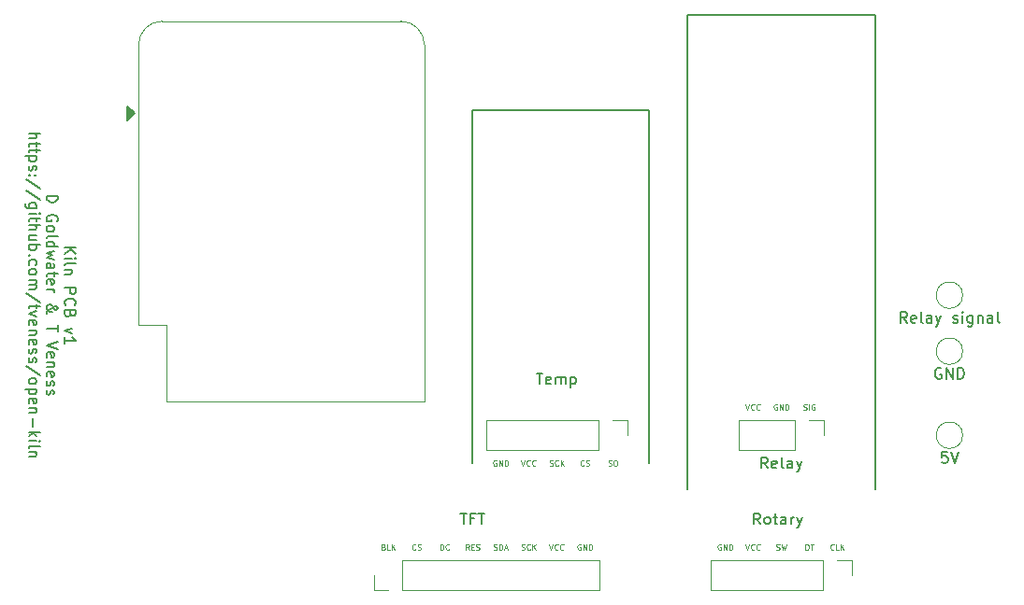
<source format=gbr>
%TF.GenerationSoftware,KiCad,Pcbnew,(6.0.2)*%
%TF.CreationDate,2022-05-26T14:59:07+01:00*%
%TF.ProjectId,kiln-pcb,6b696c6e-2d70-4636-922e-6b696361645f,rev?*%
%TF.SameCoordinates,Original*%
%TF.FileFunction,Legend,Top*%
%TF.FilePolarity,Positive*%
%FSLAX46Y46*%
G04 Gerber Fmt 4.6, Leading zero omitted, Abs format (unit mm)*
G04 Created by KiCad (PCBNEW (6.0.2)) date 2022-05-26 14:59:07*
%MOMM*%
%LPD*%
G01*
G04 APERTURE LIST*
%ADD10C,0.150000*%
%ADD11C,0.125000*%
%ADD12C,0.120000*%
G04 APERTURE END LIST*
D10*
X114300000Y-93980000D02*
X114300000Y-61980000D01*
X114300000Y-61980000D02*
X130300000Y-61980000D01*
X133740000Y-53340000D02*
X133740000Y-96340000D01*
X150740000Y-53340000D02*
X150740000Y-96340000D01*
X133740000Y-53340000D02*
X150740000Y-53340000D01*
X130300000Y-61980000D02*
X130300000Y-93980000D01*
D11*
X124079047Y-101350000D02*
X124031428Y-101326190D01*
X123960000Y-101326190D01*
X123888571Y-101350000D01*
X123840952Y-101397619D01*
X123817142Y-101445238D01*
X123793333Y-101540476D01*
X123793333Y-101611904D01*
X123817142Y-101707142D01*
X123840952Y-101754761D01*
X123888571Y-101802380D01*
X123960000Y-101826190D01*
X124007619Y-101826190D01*
X124079047Y-101802380D01*
X124102857Y-101778571D01*
X124102857Y-101611904D01*
X124007619Y-101611904D01*
X124317142Y-101826190D02*
X124317142Y-101326190D01*
X124602857Y-101826190D01*
X124602857Y-101326190D01*
X124840952Y-101826190D02*
X124840952Y-101326190D01*
X124960000Y-101326190D01*
X125031428Y-101350000D01*
X125079047Y-101397619D01*
X125102857Y-101445238D01*
X125126666Y-101540476D01*
X125126666Y-101611904D01*
X125102857Y-101707142D01*
X125079047Y-101754761D01*
X125031428Y-101802380D01*
X124960000Y-101826190D01*
X124840952Y-101826190D01*
X121282142Y-94182380D02*
X121353571Y-94206190D01*
X121472619Y-94206190D01*
X121520238Y-94182380D01*
X121544047Y-94158571D01*
X121567857Y-94110952D01*
X121567857Y-94063333D01*
X121544047Y-94015714D01*
X121520238Y-93991904D01*
X121472619Y-93968095D01*
X121377380Y-93944285D01*
X121329761Y-93920476D01*
X121305952Y-93896666D01*
X121282142Y-93849047D01*
X121282142Y-93801428D01*
X121305952Y-93753809D01*
X121329761Y-93730000D01*
X121377380Y-93706190D01*
X121496428Y-93706190D01*
X121567857Y-93730000D01*
X122067857Y-94158571D02*
X122044047Y-94182380D01*
X121972619Y-94206190D01*
X121925000Y-94206190D01*
X121853571Y-94182380D01*
X121805952Y-94134761D01*
X121782142Y-94087142D01*
X121758333Y-93991904D01*
X121758333Y-93920476D01*
X121782142Y-93825238D01*
X121805952Y-93777619D01*
X121853571Y-93730000D01*
X121925000Y-93706190D01*
X121972619Y-93706190D01*
X122044047Y-93730000D01*
X122067857Y-93753809D01*
X122282142Y-94206190D02*
X122282142Y-93706190D01*
X122567857Y-94206190D02*
X122353571Y-93920476D01*
X122567857Y-93706190D02*
X122282142Y-93991904D01*
X121253333Y-101326190D02*
X121420000Y-101826190D01*
X121586666Y-101326190D01*
X122039047Y-101778571D02*
X122015238Y-101802380D01*
X121943809Y-101826190D01*
X121896190Y-101826190D01*
X121824761Y-101802380D01*
X121777142Y-101754761D01*
X121753333Y-101707142D01*
X121729523Y-101611904D01*
X121729523Y-101540476D01*
X121753333Y-101445238D01*
X121777142Y-101397619D01*
X121824761Y-101350000D01*
X121896190Y-101326190D01*
X121943809Y-101326190D01*
X122015238Y-101350000D01*
X122039047Y-101373809D01*
X122539047Y-101778571D02*
X122515238Y-101802380D01*
X122443809Y-101826190D01*
X122396190Y-101826190D01*
X122324761Y-101802380D01*
X122277142Y-101754761D01*
X122253333Y-101707142D01*
X122229523Y-101611904D01*
X122229523Y-101540476D01*
X122253333Y-101445238D01*
X122277142Y-101397619D01*
X122324761Y-101350000D01*
X122396190Y-101326190D01*
X122443809Y-101326190D01*
X122515238Y-101350000D01*
X122539047Y-101373809D01*
X147022380Y-101778571D02*
X146998571Y-101802380D01*
X146927142Y-101826190D01*
X146879523Y-101826190D01*
X146808095Y-101802380D01*
X146760476Y-101754761D01*
X146736666Y-101707142D01*
X146712857Y-101611904D01*
X146712857Y-101540476D01*
X146736666Y-101445238D01*
X146760476Y-101397619D01*
X146808095Y-101350000D01*
X146879523Y-101326190D01*
X146927142Y-101326190D01*
X146998571Y-101350000D01*
X147022380Y-101373809D01*
X147474761Y-101826190D02*
X147236666Y-101826190D01*
X147236666Y-101326190D01*
X147641428Y-101826190D02*
X147641428Y-101326190D01*
X147927142Y-101826190D02*
X147712857Y-101540476D01*
X147927142Y-101326190D02*
X147641428Y-101611904D01*
D10*
X77357619Y-74406666D02*
X78357619Y-74406666D01*
X77357619Y-74978095D02*
X77929047Y-74549523D01*
X78357619Y-74978095D02*
X77786190Y-74406666D01*
X77357619Y-75406666D02*
X78024285Y-75406666D01*
X78357619Y-75406666D02*
X78310000Y-75359047D01*
X78262380Y-75406666D01*
X78310000Y-75454285D01*
X78357619Y-75406666D01*
X78262380Y-75406666D01*
X77357619Y-76025714D02*
X77405238Y-75930476D01*
X77500476Y-75882857D01*
X78357619Y-75882857D01*
X78024285Y-76406666D02*
X77357619Y-76406666D01*
X77929047Y-76406666D02*
X77976666Y-76454285D01*
X78024285Y-76549523D01*
X78024285Y-76692380D01*
X77976666Y-76787619D01*
X77881428Y-76835238D01*
X77357619Y-76835238D01*
X77357619Y-78073333D02*
X78357619Y-78073333D01*
X78357619Y-78454285D01*
X78310000Y-78549523D01*
X78262380Y-78597142D01*
X78167142Y-78644761D01*
X78024285Y-78644761D01*
X77929047Y-78597142D01*
X77881428Y-78549523D01*
X77833809Y-78454285D01*
X77833809Y-78073333D01*
X77452857Y-79644761D02*
X77405238Y-79597142D01*
X77357619Y-79454285D01*
X77357619Y-79359047D01*
X77405238Y-79216190D01*
X77500476Y-79120952D01*
X77595714Y-79073333D01*
X77786190Y-79025714D01*
X77929047Y-79025714D01*
X78119523Y-79073333D01*
X78214761Y-79120952D01*
X78310000Y-79216190D01*
X78357619Y-79359047D01*
X78357619Y-79454285D01*
X78310000Y-79597142D01*
X78262380Y-79644761D01*
X77881428Y-80406666D02*
X77833809Y-80549523D01*
X77786190Y-80597142D01*
X77690952Y-80644761D01*
X77548095Y-80644761D01*
X77452857Y-80597142D01*
X77405238Y-80549523D01*
X77357619Y-80454285D01*
X77357619Y-80073333D01*
X78357619Y-80073333D01*
X78357619Y-80406666D01*
X78310000Y-80501904D01*
X78262380Y-80549523D01*
X78167142Y-80597142D01*
X78071904Y-80597142D01*
X77976666Y-80549523D01*
X77929047Y-80501904D01*
X77881428Y-80406666D01*
X77881428Y-80073333D01*
X78024285Y-81740000D02*
X77357619Y-81978095D01*
X78024285Y-82216190D01*
X77357619Y-83120952D02*
X77357619Y-82549523D01*
X77357619Y-82835238D02*
X78357619Y-82835238D01*
X78214761Y-82740000D01*
X78119523Y-82644761D01*
X78071904Y-82549523D01*
X75747619Y-69740000D02*
X76747619Y-69740000D01*
X76747619Y-69978095D01*
X76700000Y-70120952D01*
X76604761Y-70216190D01*
X76509523Y-70263809D01*
X76319047Y-70311428D01*
X76176190Y-70311428D01*
X75985714Y-70263809D01*
X75890476Y-70216190D01*
X75795238Y-70120952D01*
X75747619Y-69978095D01*
X75747619Y-69740000D01*
X76700000Y-72025714D02*
X76747619Y-71930476D01*
X76747619Y-71787619D01*
X76700000Y-71644761D01*
X76604761Y-71549523D01*
X76509523Y-71501904D01*
X76319047Y-71454285D01*
X76176190Y-71454285D01*
X75985714Y-71501904D01*
X75890476Y-71549523D01*
X75795238Y-71644761D01*
X75747619Y-71787619D01*
X75747619Y-71882857D01*
X75795238Y-72025714D01*
X75842857Y-72073333D01*
X76176190Y-72073333D01*
X76176190Y-71882857D01*
X75747619Y-72644761D02*
X75795238Y-72549523D01*
X75842857Y-72501904D01*
X75938095Y-72454285D01*
X76223809Y-72454285D01*
X76319047Y-72501904D01*
X76366666Y-72549523D01*
X76414285Y-72644761D01*
X76414285Y-72787619D01*
X76366666Y-72882857D01*
X76319047Y-72930476D01*
X76223809Y-72978095D01*
X75938095Y-72978095D01*
X75842857Y-72930476D01*
X75795238Y-72882857D01*
X75747619Y-72787619D01*
X75747619Y-72644761D01*
X75747619Y-73549523D02*
X75795238Y-73454285D01*
X75890476Y-73406666D01*
X76747619Y-73406666D01*
X75747619Y-74359047D02*
X76747619Y-74359047D01*
X75795238Y-74359047D02*
X75747619Y-74263809D01*
X75747619Y-74073333D01*
X75795238Y-73978095D01*
X75842857Y-73930476D01*
X75938095Y-73882857D01*
X76223809Y-73882857D01*
X76319047Y-73930476D01*
X76366666Y-73978095D01*
X76414285Y-74073333D01*
X76414285Y-74263809D01*
X76366666Y-74359047D01*
X76414285Y-74740000D02*
X75747619Y-74930476D01*
X76223809Y-75120952D01*
X75747619Y-75311428D01*
X76414285Y-75501904D01*
X75747619Y-76311428D02*
X76271428Y-76311428D01*
X76366666Y-76263809D01*
X76414285Y-76168571D01*
X76414285Y-75978095D01*
X76366666Y-75882857D01*
X75795238Y-76311428D02*
X75747619Y-76216190D01*
X75747619Y-75978095D01*
X75795238Y-75882857D01*
X75890476Y-75835238D01*
X75985714Y-75835238D01*
X76080952Y-75882857D01*
X76128571Y-75978095D01*
X76128571Y-76216190D01*
X76176190Y-76311428D01*
X76414285Y-76644761D02*
X76414285Y-77025714D01*
X76747619Y-76787619D02*
X75890476Y-76787619D01*
X75795238Y-76835238D01*
X75747619Y-76930476D01*
X75747619Y-77025714D01*
X75795238Y-77740000D02*
X75747619Y-77644761D01*
X75747619Y-77454285D01*
X75795238Y-77359047D01*
X75890476Y-77311428D01*
X76271428Y-77311428D01*
X76366666Y-77359047D01*
X76414285Y-77454285D01*
X76414285Y-77644761D01*
X76366666Y-77740000D01*
X76271428Y-77787619D01*
X76176190Y-77787619D01*
X76080952Y-77311428D01*
X75747619Y-78216190D02*
X76414285Y-78216190D01*
X76223809Y-78216190D02*
X76319047Y-78263809D01*
X76366666Y-78311428D01*
X76414285Y-78406666D01*
X76414285Y-78501904D01*
X75747619Y-80406666D02*
X75747619Y-80359047D01*
X75795238Y-80263809D01*
X75938095Y-80120952D01*
X76223809Y-79882857D01*
X76366666Y-79787619D01*
X76509523Y-79740000D01*
X76604761Y-79740000D01*
X76700000Y-79787619D01*
X76747619Y-79882857D01*
X76747619Y-79930476D01*
X76700000Y-80025714D01*
X76604761Y-80073333D01*
X76557142Y-80073333D01*
X76461904Y-80025714D01*
X76414285Y-79978095D01*
X76223809Y-79692380D01*
X76176190Y-79644761D01*
X76080952Y-79597142D01*
X75938095Y-79597142D01*
X75842857Y-79644761D01*
X75795238Y-79692380D01*
X75747619Y-79787619D01*
X75747619Y-79930476D01*
X75795238Y-80025714D01*
X75842857Y-80073333D01*
X76033333Y-80216190D01*
X76176190Y-80263809D01*
X76271428Y-80263809D01*
X76747619Y-81454285D02*
X76747619Y-82025714D01*
X75747619Y-81740000D02*
X76747619Y-81740000D01*
X76747619Y-82978095D02*
X75747619Y-83311428D01*
X76747619Y-83644761D01*
X75795238Y-84359047D02*
X75747619Y-84263809D01*
X75747619Y-84073333D01*
X75795238Y-83978095D01*
X75890476Y-83930476D01*
X76271428Y-83930476D01*
X76366666Y-83978095D01*
X76414285Y-84073333D01*
X76414285Y-84263809D01*
X76366666Y-84359047D01*
X76271428Y-84406666D01*
X76176190Y-84406666D01*
X76080952Y-83930476D01*
X76414285Y-84835238D02*
X75747619Y-84835238D01*
X76319047Y-84835238D02*
X76366666Y-84882857D01*
X76414285Y-84978095D01*
X76414285Y-85120952D01*
X76366666Y-85216190D01*
X76271428Y-85263809D01*
X75747619Y-85263809D01*
X75795238Y-86120952D02*
X75747619Y-86025714D01*
X75747619Y-85835238D01*
X75795238Y-85740000D01*
X75890476Y-85692380D01*
X76271428Y-85692380D01*
X76366666Y-85740000D01*
X76414285Y-85835238D01*
X76414285Y-86025714D01*
X76366666Y-86120952D01*
X76271428Y-86168571D01*
X76176190Y-86168571D01*
X76080952Y-85692380D01*
X75795238Y-86549523D02*
X75747619Y-86644761D01*
X75747619Y-86835238D01*
X75795238Y-86930476D01*
X75890476Y-86978095D01*
X75938095Y-86978095D01*
X76033333Y-86930476D01*
X76080952Y-86835238D01*
X76080952Y-86692380D01*
X76128571Y-86597142D01*
X76223809Y-86549523D01*
X76271428Y-86549523D01*
X76366666Y-86597142D01*
X76414285Y-86692380D01*
X76414285Y-86835238D01*
X76366666Y-86930476D01*
X75795238Y-87359047D02*
X75747619Y-87454285D01*
X75747619Y-87644761D01*
X75795238Y-87740000D01*
X75890476Y-87787619D01*
X75938095Y-87787619D01*
X76033333Y-87740000D01*
X76080952Y-87644761D01*
X76080952Y-87501904D01*
X76128571Y-87406666D01*
X76223809Y-87359047D01*
X76271428Y-87359047D01*
X76366666Y-87406666D01*
X76414285Y-87501904D01*
X76414285Y-87644761D01*
X76366666Y-87740000D01*
X74137619Y-64097142D02*
X75137619Y-64097142D01*
X74137619Y-64525714D02*
X74661428Y-64525714D01*
X74756666Y-64478095D01*
X74804285Y-64382857D01*
X74804285Y-64240000D01*
X74756666Y-64144761D01*
X74709047Y-64097142D01*
X74804285Y-64859047D02*
X74804285Y-65240000D01*
X75137619Y-65001904D02*
X74280476Y-65001904D01*
X74185238Y-65049523D01*
X74137619Y-65144761D01*
X74137619Y-65240000D01*
X74804285Y-65430476D02*
X74804285Y-65811428D01*
X75137619Y-65573333D02*
X74280476Y-65573333D01*
X74185238Y-65620952D01*
X74137619Y-65716190D01*
X74137619Y-65811428D01*
X74804285Y-66144761D02*
X73804285Y-66144761D01*
X74756666Y-66144761D02*
X74804285Y-66240000D01*
X74804285Y-66430476D01*
X74756666Y-66525714D01*
X74709047Y-66573333D01*
X74613809Y-66620952D01*
X74328095Y-66620952D01*
X74232857Y-66573333D01*
X74185238Y-66525714D01*
X74137619Y-66430476D01*
X74137619Y-66240000D01*
X74185238Y-66144761D01*
X74185238Y-67001904D02*
X74137619Y-67097142D01*
X74137619Y-67287619D01*
X74185238Y-67382857D01*
X74280476Y-67430476D01*
X74328095Y-67430476D01*
X74423333Y-67382857D01*
X74470952Y-67287619D01*
X74470952Y-67144761D01*
X74518571Y-67049523D01*
X74613809Y-67001904D01*
X74661428Y-67001904D01*
X74756666Y-67049523D01*
X74804285Y-67144761D01*
X74804285Y-67287619D01*
X74756666Y-67382857D01*
X74232857Y-67859047D02*
X74185238Y-67906666D01*
X74137619Y-67859047D01*
X74185238Y-67811428D01*
X74232857Y-67859047D01*
X74137619Y-67859047D01*
X74756666Y-67859047D02*
X74709047Y-67906666D01*
X74661428Y-67859047D01*
X74709047Y-67811428D01*
X74756666Y-67859047D01*
X74661428Y-67859047D01*
X75185238Y-69049523D02*
X73899523Y-68192380D01*
X75185238Y-70097142D02*
X73899523Y-69240000D01*
X74804285Y-70859047D02*
X73994761Y-70859047D01*
X73899523Y-70811428D01*
X73851904Y-70763809D01*
X73804285Y-70668571D01*
X73804285Y-70525714D01*
X73851904Y-70430476D01*
X74185238Y-70859047D02*
X74137619Y-70763809D01*
X74137619Y-70573333D01*
X74185238Y-70478095D01*
X74232857Y-70430476D01*
X74328095Y-70382857D01*
X74613809Y-70382857D01*
X74709047Y-70430476D01*
X74756666Y-70478095D01*
X74804285Y-70573333D01*
X74804285Y-70763809D01*
X74756666Y-70859047D01*
X74137619Y-71335238D02*
X74804285Y-71335238D01*
X75137619Y-71335238D02*
X75090000Y-71287619D01*
X75042380Y-71335238D01*
X75090000Y-71382857D01*
X75137619Y-71335238D01*
X75042380Y-71335238D01*
X74804285Y-71668571D02*
X74804285Y-72049523D01*
X75137619Y-71811428D02*
X74280476Y-71811428D01*
X74185238Y-71859047D01*
X74137619Y-71954285D01*
X74137619Y-72049523D01*
X74137619Y-72382857D02*
X75137619Y-72382857D01*
X74137619Y-72811428D02*
X74661428Y-72811428D01*
X74756666Y-72763809D01*
X74804285Y-72668571D01*
X74804285Y-72525714D01*
X74756666Y-72430476D01*
X74709047Y-72382857D01*
X74804285Y-73716190D02*
X74137619Y-73716190D01*
X74804285Y-73287619D02*
X74280476Y-73287619D01*
X74185238Y-73335238D01*
X74137619Y-73430476D01*
X74137619Y-73573333D01*
X74185238Y-73668571D01*
X74232857Y-73716190D01*
X74137619Y-74192380D02*
X75137619Y-74192380D01*
X74756666Y-74192380D02*
X74804285Y-74287619D01*
X74804285Y-74478095D01*
X74756666Y-74573333D01*
X74709047Y-74620952D01*
X74613809Y-74668571D01*
X74328095Y-74668571D01*
X74232857Y-74620952D01*
X74185238Y-74573333D01*
X74137619Y-74478095D01*
X74137619Y-74287619D01*
X74185238Y-74192380D01*
X74232857Y-75097142D02*
X74185238Y-75144761D01*
X74137619Y-75097142D01*
X74185238Y-75049523D01*
X74232857Y-75097142D01*
X74137619Y-75097142D01*
X74185238Y-76001904D02*
X74137619Y-75906666D01*
X74137619Y-75716190D01*
X74185238Y-75620952D01*
X74232857Y-75573333D01*
X74328095Y-75525714D01*
X74613809Y-75525714D01*
X74709047Y-75573333D01*
X74756666Y-75620952D01*
X74804285Y-75716190D01*
X74804285Y-75906666D01*
X74756666Y-76001904D01*
X74137619Y-76573333D02*
X74185238Y-76478095D01*
X74232857Y-76430476D01*
X74328095Y-76382857D01*
X74613809Y-76382857D01*
X74709047Y-76430476D01*
X74756666Y-76478095D01*
X74804285Y-76573333D01*
X74804285Y-76716190D01*
X74756666Y-76811428D01*
X74709047Y-76859047D01*
X74613809Y-76906666D01*
X74328095Y-76906666D01*
X74232857Y-76859047D01*
X74185238Y-76811428D01*
X74137619Y-76716190D01*
X74137619Y-76573333D01*
X74137619Y-77335238D02*
X74804285Y-77335238D01*
X74709047Y-77335238D02*
X74756666Y-77382857D01*
X74804285Y-77478095D01*
X74804285Y-77620952D01*
X74756666Y-77716190D01*
X74661428Y-77763809D01*
X74137619Y-77763809D01*
X74661428Y-77763809D02*
X74756666Y-77811428D01*
X74804285Y-77906666D01*
X74804285Y-78049523D01*
X74756666Y-78144761D01*
X74661428Y-78192380D01*
X74137619Y-78192380D01*
X75185238Y-79382857D02*
X73899523Y-78525714D01*
X74804285Y-79573333D02*
X74804285Y-79954285D01*
X75137619Y-79716190D02*
X74280476Y-79716190D01*
X74185238Y-79763809D01*
X74137619Y-79859047D01*
X74137619Y-79954285D01*
X74804285Y-80192380D02*
X74137619Y-80430476D01*
X74804285Y-80668571D01*
X74185238Y-81430476D02*
X74137619Y-81335238D01*
X74137619Y-81144761D01*
X74185238Y-81049523D01*
X74280476Y-81001904D01*
X74661428Y-81001904D01*
X74756666Y-81049523D01*
X74804285Y-81144761D01*
X74804285Y-81335238D01*
X74756666Y-81430476D01*
X74661428Y-81478095D01*
X74566190Y-81478095D01*
X74470952Y-81001904D01*
X74804285Y-81906666D02*
X74137619Y-81906666D01*
X74709047Y-81906666D02*
X74756666Y-81954285D01*
X74804285Y-82049523D01*
X74804285Y-82192380D01*
X74756666Y-82287619D01*
X74661428Y-82335238D01*
X74137619Y-82335238D01*
X74185238Y-83192380D02*
X74137619Y-83097142D01*
X74137619Y-82906666D01*
X74185238Y-82811428D01*
X74280476Y-82763809D01*
X74661428Y-82763809D01*
X74756666Y-82811428D01*
X74804285Y-82906666D01*
X74804285Y-83097142D01*
X74756666Y-83192380D01*
X74661428Y-83240000D01*
X74566190Y-83240000D01*
X74470952Y-82763809D01*
X74185238Y-83620952D02*
X74137619Y-83716190D01*
X74137619Y-83906666D01*
X74185238Y-84001904D01*
X74280476Y-84049523D01*
X74328095Y-84049523D01*
X74423333Y-84001904D01*
X74470952Y-83906666D01*
X74470952Y-83763809D01*
X74518571Y-83668571D01*
X74613809Y-83620952D01*
X74661428Y-83620952D01*
X74756666Y-83668571D01*
X74804285Y-83763809D01*
X74804285Y-83906666D01*
X74756666Y-84001904D01*
X74185238Y-84430476D02*
X74137619Y-84525714D01*
X74137619Y-84716190D01*
X74185238Y-84811428D01*
X74280476Y-84859047D01*
X74328095Y-84859047D01*
X74423333Y-84811428D01*
X74470952Y-84716190D01*
X74470952Y-84573333D01*
X74518571Y-84478095D01*
X74613809Y-84430476D01*
X74661428Y-84430476D01*
X74756666Y-84478095D01*
X74804285Y-84573333D01*
X74804285Y-84716190D01*
X74756666Y-84811428D01*
X75185238Y-86001904D02*
X73899523Y-85144761D01*
X74137619Y-86478095D02*
X74185238Y-86382857D01*
X74232857Y-86335238D01*
X74328095Y-86287619D01*
X74613809Y-86287619D01*
X74709047Y-86335238D01*
X74756666Y-86382857D01*
X74804285Y-86478095D01*
X74804285Y-86620952D01*
X74756666Y-86716190D01*
X74709047Y-86763809D01*
X74613809Y-86811428D01*
X74328095Y-86811428D01*
X74232857Y-86763809D01*
X74185238Y-86716190D01*
X74137619Y-86620952D01*
X74137619Y-86478095D01*
X74804285Y-87240000D02*
X73804285Y-87240000D01*
X74756666Y-87240000D02*
X74804285Y-87335238D01*
X74804285Y-87525714D01*
X74756666Y-87620952D01*
X74709047Y-87668571D01*
X74613809Y-87716190D01*
X74328095Y-87716190D01*
X74232857Y-87668571D01*
X74185238Y-87620952D01*
X74137619Y-87525714D01*
X74137619Y-87335238D01*
X74185238Y-87240000D01*
X74185238Y-88525714D02*
X74137619Y-88430476D01*
X74137619Y-88240000D01*
X74185238Y-88144761D01*
X74280476Y-88097142D01*
X74661428Y-88097142D01*
X74756666Y-88144761D01*
X74804285Y-88240000D01*
X74804285Y-88430476D01*
X74756666Y-88525714D01*
X74661428Y-88573333D01*
X74566190Y-88573333D01*
X74470952Y-88097142D01*
X74804285Y-89001904D02*
X74137619Y-89001904D01*
X74709047Y-89001904D02*
X74756666Y-89049523D01*
X74804285Y-89144761D01*
X74804285Y-89287619D01*
X74756666Y-89382857D01*
X74661428Y-89430476D01*
X74137619Y-89430476D01*
X74518571Y-89906666D02*
X74518571Y-90668571D01*
X74137619Y-91144761D02*
X75137619Y-91144761D01*
X74518571Y-91240000D02*
X74137619Y-91525714D01*
X74804285Y-91525714D02*
X74423333Y-91144761D01*
X74137619Y-91954285D02*
X74804285Y-91954285D01*
X75137619Y-91954285D02*
X75090000Y-91906666D01*
X75042380Y-91954285D01*
X75090000Y-92001904D01*
X75137619Y-91954285D01*
X75042380Y-91954285D01*
X74137619Y-92573333D02*
X74185238Y-92478095D01*
X74280476Y-92430476D01*
X75137619Y-92430476D01*
X74804285Y-92954285D02*
X74137619Y-92954285D01*
X74709047Y-92954285D02*
X74756666Y-93001904D01*
X74804285Y-93097142D01*
X74804285Y-93240000D01*
X74756666Y-93335238D01*
X74661428Y-93382857D01*
X74137619Y-93382857D01*
D11*
X126600238Y-94182380D02*
X126671666Y-94206190D01*
X126790714Y-94206190D01*
X126838333Y-94182380D01*
X126862142Y-94158571D01*
X126885952Y-94110952D01*
X126885952Y-94063333D01*
X126862142Y-94015714D01*
X126838333Y-93991904D01*
X126790714Y-93968095D01*
X126695476Y-93944285D01*
X126647857Y-93920476D01*
X126624047Y-93896666D01*
X126600238Y-93849047D01*
X126600238Y-93801428D01*
X126624047Y-93753809D01*
X126647857Y-93730000D01*
X126695476Y-93706190D01*
X126814523Y-93706190D01*
X126885952Y-93730000D01*
X127195476Y-93706190D02*
X127290714Y-93706190D01*
X127338333Y-93730000D01*
X127385952Y-93777619D01*
X127409761Y-93872857D01*
X127409761Y-94039523D01*
X127385952Y-94134761D01*
X127338333Y-94182380D01*
X127290714Y-94206190D01*
X127195476Y-94206190D01*
X127147857Y-94182380D01*
X127100238Y-94134761D01*
X127076428Y-94039523D01*
X127076428Y-93872857D01*
X127100238Y-93777619D01*
X127147857Y-93730000D01*
X127195476Y-93706190D01*
X141859047Y-88650000D02*
X141811428Y-88626190D01*
X141740000Y-88626190D01*
X141668571Y-88650000D01*
X141620952Y-88697619D01*
X141597142Y-88745238D01*
X141573333Y-88840476D01*
X141573333Y-88911904D01*
X141597142Y-89007142D01*
X141620952Y-89054761D01*
X141668571Y-89102380D01*
X141740000Y-89126190D01*
X141787619Y-89126190D01*
X141859047Y-89102380D01*
X141882857Y-89078571D01*
X141882857Y-88911904D01*
X141787619Y-88911904D01*
X142097142Y-89126190D02*
X142097142Y-88626190D01*
X142382857Y-89126190D01*
X142382857Y-88626190D01*
X142620952Y-89126190D02*
X142620952Y-88626190D01*
X142740000Y-88626190D01*
X142811428Y-88650000D01*
X142859047Y-88697619D01*
X142882857Y-88745238D01*
X142906666Y-88840476D01*
X142906666Y-88911904D01*
X142882857Y-89007142D01*
X142859047Y-89054761D01*
X142811428Y-89102380D01*
X142740000Y-89126190D01*
X142620952Y-89126190D01*
X116232857Y-101802380D02*
X116304285Y-101826190D01*
X116423333Y-101826190D01*
X116470952Y-101802380D01*
X116494761Y-101778571D01*
X116518571Y-101730952D01*
X116518571Y-101683333D01*
X116494761Y-101635714D01*
X116470952Y-101611904D01*
X116423333Y-101588095D01*
X116328095Y-101564285D01*
X116280476Y-101540476D01*
X116256666Y-101516666D01*
X116232857Y-101469047D01*
X116232857Y-101421428D01*
X116256666Y-101373809D01*
X116280476Y-101350000D01*
X116328095Y-101326190D01*
X116447142Y-101326190D01*
X116518571Y-101350000D01*
X116732857Y-101826190D02*
X116732857Y-101326190D01*
X116851904Y-101326190D01*
X116923333Y-101350000D01*
X116970952Y-101397619D01*
X116994761Y-101445238D01*
X117018571Y-101540476D01*
X117018571Y-101611904D01*
X116994761Y-101707142D01*
X116970952Y-101754761D01*
X116923333Y-101802380D01*
X116851904Y-101826190D01*
X116732857Y-101826190D01*
X117209047Y-101683333D02*
X117447142Y-101683333D01*
X117161428Y-101826190D02*
X117328095Y-101326190D01*
X117494761Y-101826190D01*
X118737142Y-101802380D02*
X118808571Y-101826190D01*
X118927619Y-101826190D01*
X118975238Y-101802380D01*
X118999047Y-101778571D01*
X119022857Y-101730952D01*
X119022857Y-101683333D01*
X118999047Y-101635714D01*
X118975238Y-101611904D01*
X118927619Y-101588095D01*
X118832380Y-101564285D01*
X118784761Y-101540476D01*
X118760952Y-101516666D01*
X118737142Y-101469047D01*
X118737142Y-101421428D01*
X118760952Y-101373809D01*
X118784761Y-101350000D01*
X118832380Y-101326190D01*
X118951428Y-101326190D01*
X119022857Y-101350000D01*
X119522857Y-101778571D02*
X119499047Y-101802380D01*
X119427619Y-101826190D01*
X119380000Y-101826190D01*
X119308571Y-101802380D01*
X119260952Y-101754761D01*
X119237142Y-101707142D01*
X119213333Y-101611904D01*
X119213333Y-101540476D01*
X119237142Y-101445238D01*
X119260952Y-101397619D01*
X119308571Y-101350000D01*
X119380000Y-101326190D01*
X119427619Y-101326190D01*
X119499047Y-101350000D01*
X119522857Y-101373809D01*
X119737142Y-101826190D02*
X119737142Y-101326190D01*
X120022857Y-101826190D02*
X119808571Y-101540476D01*
X120022857Y-101326190D02*
X119737142Y-101611904D01*
X106263333Y-101564285D02*
X106334761Y-101588095D01*
X106358571Y-101611904D01*
X106382380Y-101659523D01*
X106382380Y-101730952D01*
X106358571Y-101778571D01*
X106334761Y-101802380D01*
X106287142Y-101826190D01*
X106096666Y-101826190D01*
X106096666Y-101326190D01*
X106263333Y-101326190D01*
X106310952Y-101350000D01*
X106334761Y-101373809D01*
X106358571Y-101421428D01*
X106358571Y-101469047D01*
X106334761Y-101516666D01*
X106310952Y-101540476D01*
X106263333Y-101564285D01*
X106096666Y-101564285D01*
X106834761Y-101826190D02*
X106596666Y-101826190D01*
X106596666Y-101326190D01*
X107001428Y-101826190D02*
X107001428Y-101326190D01*
X107287142Y-101826190D02*
X107072857Y-101540476D01*
X107287142Y-101326190D02*
X107001428Y-101611904D01*
X124381666Y-94158571D02*
X124357857Y-94182380D01*
X124286428Y-94206190D01*
X124238809Y-94206190D01*
X124167380Y-94182380D01*
X124119761Y-94134761D01*
X124095952Y-94087142D01*
X124072142Y-93991904D01*
X124072142Y-93920476D01*
X124095952Y-93825238D01*
X124119761Y-93777619D01*
X124167380Y-93730000D01*
X124238809Y-93706190D01*
X124286428Y-93706190D01*
X124357857Y-93730000D01*
X124381666Y-93753809D01*
X124572142Y-94182380D02*
X124643571Y-94206190D01*
X124762619Y-94206190D01*
X124810238Y-94182380D01*
X124834047Y-94158571D01*
X124857857Y-94110952D01*
X124857857Y-94063333D01*
X124834047Y-94015714D01*
X124810238Y-93991904D01*
X124762619Y-93968095D01*
X124667380Y-93944285D01*
X124619761Y-93920476D01*
X124595952Y-93896666D01*
X124572142Y-93849047D01*
X124572142Y-93801428D01*
X124595952Y-93753809D01*
X124619761Y-93730000D01*
X124667380Y-93706190D01*
X124786428Y-93706190D01*
X124857857Y-93730000D01*
X136779047Y-101350000D02*
X136731428Y-101326190D01*
X136660000Y-101326190D01*
X136588571Y-101350000D01*
X136540952Y-101397619D01*
X136517142Y-101445238D01*
X136493333Y-101540476D01*
X136493333Y-101611904D01*
X136517142Y-101707142D01*
X136540952Y-101754761D01*
X136588571Y-101802380D01*
X136660000Y-101826190D01*
X136707619Y-101826190D01*
X136779047Y-101802380D01*
X136802857Y-101778571D01*
X136802857Y-101611904D01*
X136707619Y-101611904D01*
X137017142Y-101826190D02*
X137017142Y-101326190D01*
X137302857Y-101826190D01*
X137302857Y-101326190D01*
X137540952Y-101826190D02*
X137540952Y-101326190D01*
X137660000Y-101326190D01*
X137731428Y-101350000D01*
X137779047Y-101397619D01*
X137802857Y-101445238D01*
X137826666Y-101540476D01*
X137826666Y-101611904D01*
X137802857Y-101707142D01*
X137779047Y-101754761D01*
X137731428Y-101802380D01*
X137660000Y-101826190D01*
X137540952Y-101826190D01*
X141811428Y-101802380D02*
X141882857Y-101826190D01*
X142001904Y-101826190D01*
X142049523Y-101802380D01*
X142073333Y-101778571D01*
X142097142Y-101730952D01*
X142097142Y-101683333D01*
X142073333Y-101635714D01*
X142049523Y-101611904D01*
X142001904Y-101588095D01*
X141906666Y-101564285D01*
X141859047Y-101540476D01*
X141835238Y-101516666D01*
X141811428Y-101469047D01*
X141811428Y-101421428D01*
X141835238Y-101373809D01*
X141859047Y-101350000D01*
X141906666Y-101326190D01*
X142025714Y-101326190D01*
X142097142Y-101350000D01*
X142263809Y-101326190D02*
X142382857Y-101826190D01*
X142478095Y-101469047D01*
X142573333Y-101826190D01*
X142692380Y-101326190D01*
X144458571Y-101826190D02*
X144458571Y-101326190D01*
X144577619Y-101326190D01*
X144649047Y-101350000D01*
X144696666Y-101397619D01*
X144720476Y-101445238D01*
X144744285Y-101540476D01*
X144744285Y-101611904D01*
X144720476Y-101707142D01*
X144696666Y-101754761D01*
X144649047Y-101802380D01*
X144577619Y-101826190D01*
X144458571Y-101826190D01*
X144887142Y-101326190D02*
X145172857Y-101326190D01*
X145030000Y-101826190D02*
X145030000Y-101326190D01*
X139033333Y-88626190D02*
X139200000Y-89126190D01*
X139366666Y-88626190D01*
X139819047Y-89078571D02*
X139795238Y-89102380D01*
X139723809Y-89126190D01*
X139676190Y-89126190D01*
X139604761Y-89102380D01*
X139557142Y-89054761D01*
X139533333Y-89007142D01*
X139509523Y-88911904D01*
X139509523Y-88840476D01*
X139533333Y-88745238D01*
X139557142Y-88697619D01*
X139604761Y-88650000D01*
X139676190Y-88626190D01*
X139723809Y-88626190D01*
X139795238Y-88650000D01*
X139819047Y-88673809D01*
X140319047Y-89078571D02*
X140295238Y-89102380D01*
X140223809Y-89126190D01*
X140176190Y-89126190D01*
X140104761Y-89102380D01*
X140057142Y-89054761D01*
X140033333Y-89007142D01*
X140009523Y-88911904D01*
X140009523Y-88840476D01*
X140033333Y-88745238D01*
X140057142Y-88697619D01*
X140104761Y-88650000D01*
X140176190Y-88626190D01*
X140223809Y-88626190D01*
X140295238Y-88650000D01*
X140319047Y-88673809D01*
X144268095Y-89102380D02*
X144339523Y-89126190D01*
X144458571Y-89126190D01*
X144506190Y-89102380D01*
X144530000Y-89078571D01*
X144553809Y-89030952D01*
X144553809Y-88983333D01*
X144530000Y-88935714D01*
X144506190Y-88911904D01*
X144458571Y-88888095D01*
X144363333Y-88864285D01*
X144315714Y-88840476D01*
X144291904Y-88816666D01*
X144268095Y-88769047D01*
X144268095Y-88721428D01*
X144291904Y-88673809D01*
X144315714Y-88650000D01*
X144363333Y-88626190D01*
X144482380Y-88626190D01*
X144553809Y-88650000D01*
X144768095Y-89126190D02*
X144768095Y-88626190D01*
X145268095Y-88650000D02*
X145220476Y-88626190D01*
X145149047Y-88626190D01*
X145077619Y-88650000D01*
X145030000Y-88697619D01*
X145006190Y-88745238D01*
X144982380Y-88840476D01*
X144982380Y-88911904D01*
X145006190Y-89007142D01*
X145030000Y-89054761D01*
X145077619Y-89102380D01*
X145149047Y-89126190D01*
X145196666Y-89126190D01*
X145268095Y-89102380D01*
X145291904Y-89078571D01*
X145291904Y-88911904D01*
X145196666Y-88911904D01*
X118718333Y-93706190D02*
X118885000Y-94206190D01*
X119051666Y-93706190D01*
X119504047Y-94158571D02*
X119480238Y-94182380D01*
X119408809Y-94206190D01*
X119361190Y-94206190D01*
X119289761Y-94182380D01*
X119242142Y-94134761D01*
X119218333Y-94087142D01*
X119194523Y-93991904D01*
X119194523Y-93920476D01*
X119218333Y-93825238D01*
X119242142Y-93777619D01*
X119289761Y-93730000D01*
X119361190Y-93706190D01*
X119408809Y-93706190D01*
X119480238Y-93730000D01*
X119504047Y-93753809D01*
X120004047Y-94158571D02*
X119980238Y-94182380D01*
X119908809Y-94206190D01*
X119861190Y-94206190D01*
X119789761Y-94182380D01*
X119742142Y-94134761D01*
X119718333Y-94087142D01*
X119694523Y-93991904D01*
X119694523Y-93920476D01*
X119718333Y-93825238D01*
X119742142Y-93777619D01*
X119789761Y-93730000D01*
X119861190Y-93706190D01*
X119908809Y-93706190D01*
X119980238Y-93730000D01*
X120004047Y-93753809D01*
X109136666Y-101778571D02*
X109112857Y-101802380D01*
X109041428Y-101826190D01*
X108993809Y-101826190D01*
X108922380Y-101802380D01*
X108874761Y-101754761D01*
X108850952Y-101707142D01*
X108827142Y-101611904D01*
X108827142Y-101540476D01*
X108850952Y-101445238D01*
X108874761Y-101397619D01*
X108922380Y-101350000D01*
X108993809Y-101326190D01*
X109041428Y-101326190D01*
X109112857Y-101350000D01*
X109136666Y-101373809D01*
X109327142Y-101802380D02*
X109398571Y-101826190D01*
X109517619Y-101826190D01*
X109565238Y-101802380D01*
X109589047Y-101778571D01*
X109612857Y-101730952D01*
X109612857Y-101683333D01*
X109589047Y-101635714D01*
X109565238Y-101611904D01*
X109517619Y-101588095D01*
X109422380Y-101564285D01*
X109374761Y-101540476D01*
X109350952Y-101516666D01*
X109327142Y-101469047D01*
X109327142Y-101421428D01*
X109350952Y-101373809D01*
X109374761Y-101350000D01*
X109422380Y-101326190D01*
X109541428Y-101326190D01*
X109612857Y-101350000D01*
X139033333Y-101326190D02*
X139200000Y-101826190D01*
X139366666Y-101326190D01*
X139819047Y-101778571D02*
X139795238Y-101802380D01*
X139723809Y-101826190D01*
X139676190Y-101826190D01*
X139604761Y-101802380D01*
X139557142Y-101754761D01*
X139533333Y-101707142D01*
X139509523Y-101611904D01*
X139509523Y-101540476D01*
X139533333Y-101445238D01*
X139557142Y-101397619D01*
X139604761Y-101350000D01*
X139676190Y-101326190D01*
X139723809Y-101326190D01*
X139795238Y-101350000D01*
X139819047Y-101373809D01*
X140319047Y-101778571D02*
X140295238Y-101802380D01*
X140223809Y-101826190D01*
X140176190Y-101826190D01*
X140104761Y-101802380D01*
X140057142Y-101754761D01*
X140033333Y-101707142D01*
X140009523Y-101611904D01*
X140009523Y-101540476D01*
X140033333Y-101445238D01*
X140057142Y-101397619D01*
X140104761Y-101350000D01*
X140176190Y-101326190D01*
X140223809Y-101326190D01*
X140295238Y-101350000D01*
X140319047Y-101373809D01*
X116454962Y-93729999D02*
X116407343Y-93706189D01*
X116335915Y-93706189D01*
X116264486Y-93729999D01*
X116216867Y-93777618D01*
X116193057Y-93825237D01*
X116169248Y-93920475D01*
X116169248Y-93991903D01*
X116193057Y-94087141D01*
X116216867Y-94134760D01*
X116264486Y-94182379D01*
X116335915Y-94206189D01*
X116383534Y-94206189D01*
X116454962Y-94182379D01*
X116478772Y-94158570D01*
X116478772Y-93991903D01*
X116383534Y-93991903D01*
X116693057Y-94206189D02*
X116693057Y-93706189D01*
X116978772Y-94206189D01*
X116978772Y-93706189D01*
X117216867Y-94206189D02*
X117216867Y-93706189D01*
X117335915Y-93706189D01*
X117407343Y-93729999D01*
X117454962Y-93777618D01*
X117478772Y-93825237D01*
X117502581Y-93920475D01*
X117502581Y-93991903D01*
X117478772Y-94087141D01*
X117454962Y-94134760D01*
X117407343Y-94182379D01*
X117335915Y-94206189D01*
X117216867Y-94206189D01*
X111379047Y-101826190D02*
X111379047Y-101326190D01*
X111498095Y-101326190D01*
X111569523Y-101350000D01*
X111617142Y-101397619D01*
X111640952Y-101445238D01*
X111664761Y-101540476D01*
X111664761Y-101611904D01*
X111640952Y-101707142D01*
X111617142Y-101754761D01*
X111569523Y-101802380D01*
X111498095Y-101826190D01*
X111379047Y-101826190D01*
X112164761Y-101778571D02*
X112140952Y-101802380D01*
X112069523Y-101826190D01*
X112021904Y-101826190D01*
X111950476Y-101802380D01*
X111902857Y-101754761D01*
X111879047Y-101707142D01*
X111855238Y-101611904D01*
X111855238Y-101540476D01*
X111879047Y-101445238D01*
X111902857Y-101397619D01*
X111950476Y-101350000D01*
X112021904Y-101326190D01*
X112069523Y-101326190D01*
X112140952Y-101350000D01*
X112164761Y-101373809D01*
X113990476Y-101826190D02*
X113823809Y-101588095D01*
X113704761Y-101826190D02*
X113704761Y-101326190D01*
X113895238Y-101326190D01*
X113942857Y-101350000D01*
X113966666Y-101373809D01*
X113990476Y-101421428D01*
X113990476Y-101492857D01*
X113966666Y-101540476D01*
X113942857Y-101564285D01*
X113895238Y-101588095D01*
X113704761Y-101588095D01*
X114204761Y-101564285D02*
X114371428Y-101564285D01*
X114442857Y-101826190D02*
X114204761Y-101826190D01*
X114204761Y-101326190D01*
X114442857Y-101326190D01*
X114633333Y-101802380D02*
X114704761Y-101826190D01*
X114823809Y-101826190D01*
X114871428Y-101802380D01*
X114895238Y-101778571D01*
X114919047Y-101730952D01*
X114919047Y-101683333D01*
X114895238Y-101635714D01*
X114871428Y-101611904D01*
X114823809Y-101588095D01*
X114728571Y-101564285D01*
X114680952Y-101540476D01*
X114657142Y-101516666D01*
X114633333Y-101469047D01*
X114633333Y-101421428D01*
X114657142Y-101373809D01*
X114680952Y-101350000D01*
X114728571Y-101326190D01*
X114847619Y-101326190D01*
X114919047Y-101350000D01*
D10*
%TO.C,J1*%
X113204761Y-98512380D02*
X113776190Y-98512380D01*
X113490476Y-99512380D02*
X113490476Y-98512380D01*
X114442857Y-98988571D02*
X114109523Y-98988571D01*
X114109523Y-99512380D02*
X114109523Y-98512380D01*
X114585714Y-98512380D01*
X114823809Y-98512380D02*
X115395238Y-98512380D01*
X115109523Y-99512380D02*
X115109523Y-98512380D01*
%TO.C,TP3*%
X153622857Y-81242380D02*
X153289523Y-80766190D01*
X153051428Y-81242380D02*
X153051428Y-80242380D01*
X153432380Y-80242380D01*
X153527619Y-80290000D01*
X153575238Y-80337619D01*
X153622857Y-80432857D01*
X153622857Y-80575714D01*
X153575238Y-80670952D01*
X153527619Y-80718571D01*
X153432380Y-80766190D01*
X153051428Y-80766190D01*
X154432380Y-81194761D02*
X154337142Y-81242380D01*
X154146666Y-81242380D01*
X154051428Y-81194761D01*
X154003809Y-81099523D01*
X154003809Y-80718571D01*
X154051428Y-80623333D01*
X154146666Y-80575714D01*
X154337142Y-80575714D01*
X154432380Y-80623333D01*
X154480000Y-80718571D01*
X154480000Y-80813809D01*
X154003809Y-80909047D01*
X155051428Y-81242380D02*
X154956190Y-81194761D01*
X154908571Y-81099523D01*
X154908571Y-80242380D01*
X155860952Y-81242380D02*
X155860952Y-80718571D01*
X155813333Y-80623333D01*
X155718095Y-80575714D01*
X155527619Y-80575714D01*
X155432380Y-80623333D01*
X155860952Y-81194761D02*
X155765714Y-81242380D01*
X155527619Y-81242380D01*
X155432380Y-81194761D01*
X155384761Y-81099523D01*
X155384761Y-81004285D01*
X155432380Y-80909047D01*
X155527619Y-80861428D01*
X155765714Y-80861428D01*
X155860952Y-80813809D01*
X156241904Y-80575714D02*
X156480000Y-81242380D01*
X156718095Y-80575714D02*
X156480000Y-81242380D01*
X156384761Y-81480476D01*
X156337142Y-81528095D01*
X156241904Y-81575714D01*
X157813333Y-81194761D02*
X157908571Y-81242380D01*
X158099047Y-81242380D01*
X158194285Y-81194761D01*
X158241904Y-81099523D01*
X158241904Y-81051904D01*
X158194285Y-80956666D01*
X158099047Y-80909047D01*
X157956190Y-80909047D01*
X157860952Y-80861428D01*
X157813333Y-80766190D01*
X157813333Y-80718571D01*
X157860952Y-80623333D01*
X157956190Y-80575714D01*
X158099047Y-80575714D01*
X158194285Y-80623333D01*
X158670476Y-81242380D02*
X158670476Y-80575714D01*
X158670476Y-80242380D02*
X158622857Y-80290000D01*
X158670476Y-80337619D01*
X158718095Y-80290000D01*
X158670476Y-80242380D01*
X158670476Y-80337619D01*
X159575238Y-80575714D02*
X159575238Y-81385238D01*
X159527619Y-81480476D01*
X159480000Y-81528095D01*
X159384761Y-81575714D01*
X159241904Y-81575714D01*
X159146666Y-81528095D01*
X159575238Y-81194761D02*
X159480000Y-81242380D01*
X159289523Y-81242380D01*
X159194285Y-81194761D01*
X159146666Y-81147142D01*
X159099047Y-81051904D01*
X159099047Y-80766190D01*
X159146666Y-80670952D01*
X159194285Y-80623333D01*
X159289523Y-80575714D01*
X159480000Y-80575714D01*
X159575238Y-80623333D01*
X160051428Y-80575714D02*
X160051428Y-81242380D01*
X160051428Y-80670952D02*
X160099047Y-80623333D01*
X160194285Y-80575714D01*
X160337142Y-80575714D01*
X160432380Y-80623333D01*
X160480000Y-80718571D01*
X160480000Y-81242380D01*
X161384761Y-81242380D02*
X161384761Y-80718571D01*
X161337142Y-80623333D01*
X161241904Y-80575714D01*
X161051428Y-80575714D01*
X160956190Y-80623333D01*
X161384761Y-81194761D02*
X161289523Y-81242380D01*
X161051428Y-81242380D01*
X160956190Y-81194761D01*
X160908571Y-81099523D01*
X160908571Y-81004285D01*
X160956190Y-80909047D01*
X161051428Y-80861428D01*
X161289523Y-80861428D01*
X161384761Y-80813809D01*
X162003809Y-81242380D02*
X161908571Y-81194761D01*
X161860952Y-81099523D01*
X161860952Y-80242380D01*
%TO.C,TP2*%
X156718095Y-85370000D02*
X156622857Y-85322380D01*
X156480000Y-85322380D01*
X156337142Y-85370000D01*
X156241904Y-85465238D01*
X156194285Y-85560476D01*
X156146666Y-85750952D01*
X156146666Y-85893809D01*
X156194285Y-86084285D01*
X156241904Y-86179523D01*
X156337142Y-86274761D01*
X156480000Y-86322380D01*
X156575238Y-86322380D01*
X156718095Y-86274761D01*
X156765714Y-86227142D01*
X156765714Y-85893809D01*
X156575238Y-85893809D01*
X157194285Y-86322380D02*
X157194285Y-85322380D01*
X157765714Y-86322380D01*
X157765714Y-85322380D01*
X158241904Y-86322380D02*
X158241904Y-85322380D01*
X158480000Y-85322380D01*
X158622857Y-85370000D01*
X158718095Y-85465238D01*
X158765714Y-85560476D01*
X158813333Y-85750952D01*
X158813333Y-85893809D01*
X158765714Y-86084285D01*
X158718095Y-86179523D01*
X158622857Y-86274761D01*
X158480000Y-86322380D01*
X158241904Y-86322380D01*
%TO.C,J3*%
X140346071Y-99512380D02*
X140012738Y-99036190D01*
X139774642Y-99512380D02*
X139774642Y-98512380D01*
X140155595Y-98512380D01*
X140250833Y-98560000D01*
X140298452Y-98607619D01*
X140346071Y-98702857D01*
X140346071Y-98845714D01*
X140298452Y-98940952D01*
X140250833Y-98988571D01*
X140155595Y-99036190D01*
X139774642Y-99036190D01*
X140917500Y-99512380D02*
X140822261Y-99464761D01*
X140774642Y-99417142D01*
X140727023Y-99321904D01*
X140727023Y-99036190D01*
X140774642Y-98940952D01*
X140822261Y-98893333D01*
X140917500Y-98845714D01*
X141060357Y-98845714D01*
X141155595Y-98893333D01*
X141203214Y-98940952D01*
X141250833Y-99036190D01*
X141250833Y-99321904D01*
X141203214Y-99417142D01*
X141155595Y-99464761D01*
X141060357Y-99512380D01*
X140917500Y-99512380D01*
X141536547Y-98845714D02*
X141917500Y-98845714D01*
X141679404Y-98512380D02*
X141679404Y-99369523D01*
X141727023Y-99464761D01*
X141822261Y-99512380D01*
X141917500Y-99512380D01*
X142679404Y-99512380D02*
X142679404Y-98988571D01*
X142631785Y-98893333D01*
X142536547Y-98845714D01*
X142346071Y-98845714D01*
X142250833Y-98893333D01*
X142679404Y-99464761D02*
X142584166Y-99512380D01*
X142346071Y-99512380D01*
X142250833Y-99464761D01*
X142203214Y-99369523D01*
X142203214Y-99274285D01*
X142250833Y-99179047D01*
X142346071Y-99131428D01*
X142584166Y-99131428D01*
X142679404Y-99083809D01*
X143155595Y-99512380D02*
X143155595Y-98845714D01*
X143155595Y-99036190D02*
X143203214Y-98940952D01*
X143250833Y-98893333D01*
X143346071Y-98845714D01*
X143441309Y-98845714D01*
X143679404Y-98845714D02*
X143917500Y-99512380D01*
X144155595Y-98845714D02*
X143917500Y-99512380D01*
X143822261Y-99750476D01*
X143774642Y-99798095D01*
X143679404Y-99845714D01*
%TO.C,TP1*%
X157289523Y-92942380D02*
X156813333Y-92942380D01*
X156765714Y-93418571D01*
X156813333Y-93370952D01*
X156908571Y-93323333D01*
X157146666Y-93323333D01*
X157241904Y-93370952D01*
X157289523Y-93418571D01*
X157337142Y-93513809D01*
X157337142Y-93751904D01*
X157289523Y-93847142D01*
X157241904Y-93894761D01*
X157146666Y-93942380D01*
X156908571Y-93942380D01*
X156813333Y-93894761D01*
X156765714Y-93847142D01*
X157622857Y-92942380D02*
X157956190Y-93942380D01*
X158289523Y-92942380D01*
%TO.C,J2*%
X120091666Y-85812380D02*
X120663095Y-85812380D01*
X120377380Y-86812380D02*
X120377380Y-85812380D01*
X121377380Y-86764761D02*
X121282142Y-86812380D01*
X121091666Y-86812380D01*
X120996428Y-86764761D01*
X120948809Y-86669523D01*
X120948809Y-86288571D01*
X120996428Y-86193333D01*
X121091666Y-86145714D01*
X121282142Y-86145714D01*
X121377380Y-86193333D01*
X121425000Y-86288571D01*
X121425000Y-86383809D01*
X120948809Y-86479047D01*
X121853571Y-86812380D02*
X121853571Y-86145714D01*
X121853571Y-86240952D02*
X121901190Y-86193333D01*
X121996428Y-86145714D01*
X122139285Y-86145714D01*
X122234523Y-86193333D01*
X122282142Y-86288571D01*
X122282142Y-86812380D01*
X122282142Y-86288571D02*
X122329761Y-86193333D01*
X122425000Y-86145714D01*
X122567857Y-86145714D01*
X122663095Y-86193333D01*
X122710714Y-86288571D01*
X122710714Y-86812380D01*
X123186904Y-86145714D02*
X123186904Y-87145714D01*
X123186904Y-86193333D02*
X123282142Y-86145714D01*
X123472619Y-86145714D01*
X123567857Y-86193333D01*
X123615476Y-86240952D01*
X123663095Y-86336190D01*
X123663095Y-86621904D01*
X123615476Y-86717142D01*
X123567857Y-86764761D01*
X123472619Y-86812380D01*
X123282142Y-86812380D01*
X123186904Y-86764761D01*
%TO.C,J4*%
X141025714Y-94432380D02*
X140692380Y-93956190D01*
X140454285Y-94432380D02*
X140454285Y-93432380D01*
X140835238Y-93432380D01*
X140930476Y-93480000D01*
X140978095Y-93527619D01*
X141025714Y-93622857D01*
X141025714Y-93765714D01*
X140978095Y-93860952D01*
X140930476Y-93908571D01*
X140835238Y-93956190D01*
X140454285Y-93956190D01*
X141835238Y-94384761D02*
X141740000Y-94432380D01*
X141549523Y-94432380D01*
X141454285Y-94384761D01*
X141406666Y-94289523D01*
X141406666Y-93908571D01*
X141454285Y-93813333D01*
X141549523Y-93765714D01*
X141740000Y-93765714D01*
X141835238Y-93813333D01*
X141882857Y-93908571D01*
X141882857Y-94003809D01*
X141406666Y-94099047D01*
X142454285Y-94432380D02*
X142359047Y-94384761D01*
X142311428Y-94289523D01*
X142311428Y-93432380D01*
X143263809Y-94432380D02*
X143263809Y-93908571D01*
X143216190Y-93813333D01*
X143120952Y-93765714D01*
X142930476Y-93765714D01*
X142835238Y-93813333D01*
X143263809Y-94384761D02*
X143168571Y-94432380D01*
X142930476Y-94432380D01*
X142835238Y-94384761D01*
X142787619Y-94289523D01*
X142787619Y-94194285D01*
X142835238Y-94099047D01*
X142930476Y-94051428D01*
X143168571Y-94051428D01*
X143263809Y-94003809D01*
X143644761Y-93765714D02*
X143882857Y-94432380D01*
X144120952Y-93765714D02*
X143882857Y-94432380D01*
X143787619Y-94670476D01*
X143740000Y-94718095D01*
X143644761Y-94765714D01*
D12*
%TO.C,J1*%
X107950000Y-105470000D02*
X107950000Y-102810000D01*
X107950000Y-102810000D02*
X125790000Y-102810000D01*
X106680000Y-105470000D02*
X105350000Y-105470000D01*
X105350000Y-105470000D02*
X105350000Y-104140000D01*
X125790000Y-105470000D02*
X125790000Y-102810000D01*
X107950000Y-105470000D02*
X125790000Y-105470000D01*
%TO.C,TP3*%
X158680000Y-78740000D02*
G75*
G03*
X158680000Y-78740000I-1200000J0D01*
G01*
%TO.C,TP2*%
X158680000Y-83820000D02*
G75*
G03*
X158680000Y-83820000I-1200000J0D01*
G01*
%TO.C,U1*%
X107815000Y-53890000D02*
X86205000Y-53890000D01*
X84075000Y-81450000D02*
X86615000Y-81450000D01*
X86615000Y-88350000D02*
X109935000Y-88350000D01*
X84075000Y-81450000D02*
X84075000Y-56020000D01*
X109935000Y-88350000D02*
X109935000Y-56020000D01*
X86615000Y-81450000D02*
X86615000Y-88350000D01*
X86205000Y-53890000D02*
G75*
G03*
X84075000Y-56020000I2J-2130002D01*
G01*
X109935000Y-56020000D02*
G75*
G03*
X107805000Y-53890000I-2130002J-2D01*
G01*
D10*
X83035000Y-61595000D02*
X83035000Y-62865000D01*
X83035000Y-62865000D02*
X83670000Y-62230000D01*
X83670000Y-62230000D02*
X83035000Y-61595000D01*
G36*
X83670000Y-62230000D02*
G01*
X83035000Y-62865000D01*
X83035000Y-61595000D01*
X83670000Y-62230000D01*
G37*
X83670000Y-62230000D02*
X83035000Y-62865000D01*
X83035000Y-61595000D01*
X83670000Y-62230000D01*
D12*
%TO.C,J3*%
X146045000Y-105470000D02*
X135825000Y-105470000D01*
X148645000Y-102810000D02*
X148645000Y-104140000D01*
X135825000Y-102810000D02*
X135825000Y-105470000D01*
X147315000Y-102810000D02*
X148645000Y-102810000D01*
X146045000Y-102810000D02*
X135825000Y-102810000D01*
X146045000Y-102810000D02*
X146045000Y-105470000D01*
%TO.C,TP1*%
X158680000Y-91440000D02*
G75*
G03*
X158680000Y-91440000I-1200000J0D01*
G01*
%TO.C,J2*%
X115510000Y-90110000D02*
X115510000Y-92770000D01*
X125730000Y-90110000D02*
X125730000Y-92770000D01*
X127000000Y-90110000D02*
X128330000Y-90110000D01*
X125730000Y-92770000D02*
X115510000Y-92770000D01*
X128330000Y-90110000D02*
X128330000Y-91440000D01*
X125730000Y-90110000D02*
X115510000Y-90110000D01*
%TO.C,J4*%
X138370000Y-90110000D02*
X138370000Y-92770000D01*
X143510000Y-90110000D02*
X138370000Y-90110000D01*
X144780000Y-90110000D02*
X146110000Y-90110000D01*
X143510000Y-90110000D02*
X143510000Y-92770000D01*
X143510000Y-92770000D02*
X138370000Y-92770000D01*
X146110000Y-90110000D02*
X146110000Y-91440000D01*
%TD*%
M02*

</source>
